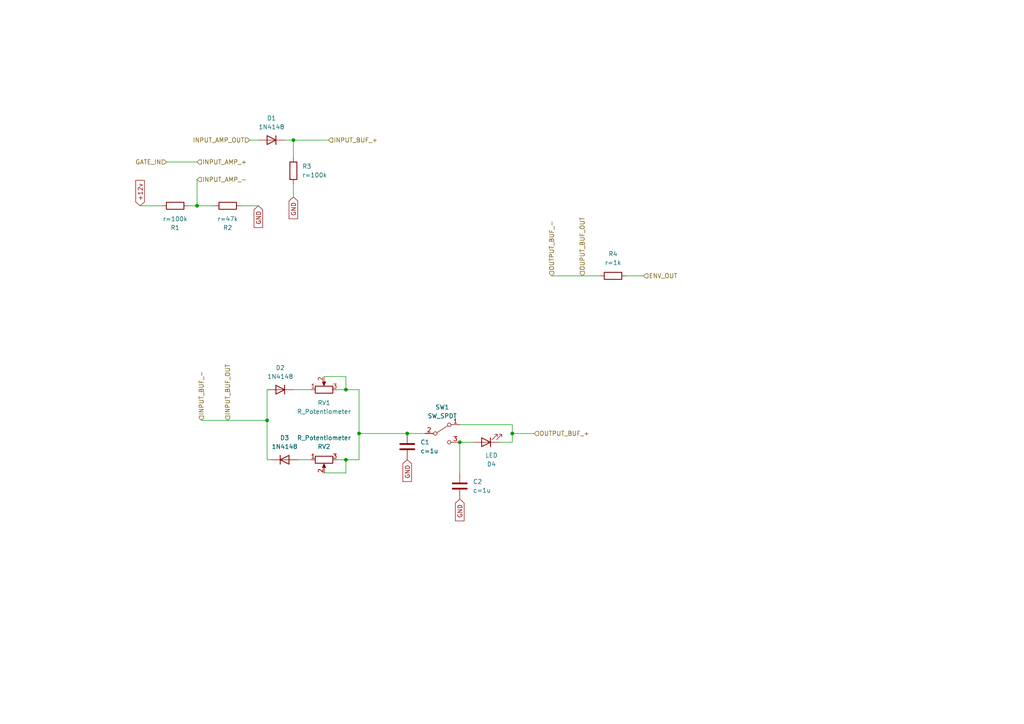
<source format=kicad_sch>
(kicad_sch (version 20230121) (generator eeschema)
  (paper "A4")
  (lib_symbols
    (symbol "Device:C" (pin_numbers hide) (pin_names (offset 0.254))
      (property "Reference" "C" (at 0.635 2.54 0))
      (property "Value" "C" (at 0.635 -2.54 0))
      (symbol "C_0_1"
        (polyline (pts (xy -2.032 -0.762) (xy 2.032 -0.762)) (stroke (width 0.508)))
        (polyline (pts (xy -2.032 0.762) (xy 2.032 0.762)) (stroke (width 0.508)))
      )
      (symbol "C_1_1"
        (pin passive line (at 0 3.81 270) (length 2.794) (name "~") (number "1"))
        (pin passive line (at 0 -3.81 90) (length 2.794) (name "~") (number "2"))
      )
    )
    (symbol "Device:LED" (pin_numbers hide) (pin_names (offset 1.016) hide)
      (property "Reference" "D" (at 0 2.54 0))
      (property "Value" "LED" (at 0 -2.54 0))
      (symbol "LED_0_1"
        (polyline (pts (xy -1.27 -1.27) (xy -1.27 1.27)) (stroke (width 0.254)))
        (polyline (pts (xy -1.27 0) (xy 1.27 0)))
        (polyline (pts (xy 1.27 -1.27) (xy 1.27 1.27) (xy -1.27 0) (xy 1.27 -1.27)) (stroke (width 0.254)))
        (polyline (pts (xy -3.048 -0.762) (xy -4.572 -2.286) (xy -3.81 -2.286) (xy -4.572 -2.286) (xy -4.572 -1.524)))
        (polyline (pts (xy -1.778 -0.762) (xy -3.302 -2.286) (xy -2.54 -2.286) (xy -3.302 -2.286) (xy -3.302 -1.524)))
      )
      (symbol "LED_1_1"
        (pin passive line (at -3.81 0 0) (length 2.54) (name "K") (number "1"))
        (pin passive line (at 3.81 0 180) (length 2.54) (name "A") (number "2"))
      )
    )
    (symbol "Device:R" (pin_numbers hide) (pin_names (offset 0))
      (property "Reference" "R" (at 2.032 0 90))
      (property "Value" "R" (at 0 0 90))
      (symbol "R_0_1"
        (rectangle (start -1.016 -2.54) (end 1.016 2.54) (stroke (width 0.254)))
      )
      (symbol "R_1_1"
        (pin passive line (at 0 3.81 270) (length 1.27) (name "~") (number "1"))
        (pin passive line (at 0 -3.81 90) (length 1.27) (name "~") (number "2"))
      )
    )
    (symbol "Device:R_Potentiometer" (pin_names (offset 1.016) hide)
      (property "Reference" "RV" (at -4.445 0 90))
      (property "Value" "R_Potentiometer" (at -2.54 0 90))
      (symbol "R_Potentiometer_0_1"
        (polyline (pts (xy 2.54 0) (xy 1.524 0)))
        (polyline (pts (xy 1.143 0) (xy 2.286 0.508) (xy 2.286 -0.508) (xy 1.143 0)) (fill (type outline)))
        (rectangle (start 1.016 2.54) (end -1.016 -2.54) (stroke (width 0.254)))
      )
      (symbol "R_Potentiometer_1_1"
        (pin passive line (at 0 3.81 270) (length 1.27) (name "1") (number "1"))
        (pin passive line (at 3.81 0 180) (length 1.27) (name "2") (number "2"))
        (pin passive line (at 0 -3.81 90) (length 1.27) (name "3") (number "3"))
      )
    )
    (symbol "Diode:1N4148" (pin_numbers hide) (pin_names hide)
      (property "Reference" "D" (at 0 2.54 0))
      (property "Value" "1N4148" (at 0 -2.54 0))
      (symbol "1N4148_0_1"
        (polyline (pts (xy -1.27 1.27) (xy -1.27 -1.27)) (stroke (width 0.254)))
        (polyline (pts (xy 1.27 0) (xy -1.27 0)))
        (polyline (pts (xy 1.27 1.27) (xy 1.27 -1.27) (xy -1.27 0) (xy 1.27 1.27)) (stroke (width 0.254)))
      )
      (symbol "1N4148_1_1"
        (pin passive line (at -3.81 0 0) (length 2.54) (name "K") (number "1"))
        (pin passive line (at 3.81 0 180) (length 2.54) (name "A") (number "2"))
      )
    )
    (symbol "Switch:SW_SPDT" (pin_names (offset 0) hide)
      (property "Reference" "SW" (at 0 4.318 0))
      (property "Value" "SW_SPDT" (at 0 -5.08 0))
      (symbol "SW_SPDT_0_0"
        (circle (center -2.032 0) (radius 0.508))
        (circle (center 2.032 -2.54) (radius 0.508))
      )
      (symbol "SW_SPDT_0_1"
        (polyline (pts (xy -1.524 0.254) (xy 1.651 2.286)))
        (circle (center 2.032 2.54) (radius 0.508))
      )
      (symbol "SW_SPDT_1_1"
        (pin passive line (at 5.08 2.54 180) (length 2.54) (name "A") (number "1"))
        (pin passive line (at -5.08 0 0) (length 2.54) (name "B") (number "2"))
        (pin passive line (at 5.08 -2.54 180) (length 2.54) (name "C") (number "3"))
      )
    )
  )
  (junction (at 57.15 59.69))
  (junction (at 133.35 128.27))
  (junction (at 104.14 125.73))
  (junction (at 148.59 125.73))
  (junction (at 100.33 113.03))
  (junction (at 100.33 133.35))
  (junction (at 77.47 121.92))
  (junction (at 118.11 125.73))
  (junction (at 85.09 40.64))
  (wire (pts (xy 77.47 121.92) (xy 77.47 133.35)))
  (wire (pts (xy 97.79 133.35) (xy 100.33 133.35)))
  (wire (pts (xy 77.47 113.03) (xy 77.47 121.92)))
  (wire (pts (xy 74.93 40.64) (xy 72.39 40.64)))
  (wire (pts (xy 104.14 125.73) (xy 104.14 113.03)))
  (wire (pts (xy 54.61 59.69) (xy 57.15 59.69)))
  (wire (pts (xy 118.11 125.73) (xy 123.19 125.73)))
  (wire (pts (xy 100.33 113.03) (xy 97.79 113.03)))
  (wire (pts (xy 148.59 125.73) (xy 154.94 125.73)))
  (wire (pts (xy 57.15 52.07) (xy 57.15 59.69)))
  (wire (pts (xy 100.33 137.16) (xy 100.33 133.35)))
  (wire (pts (xy 58.42 121.92) (xy 77.47 121.92)))
  (wire (pts (xy 181.61 80.01) (xy 186.69 80.01)))
  (wire (pts (xy 100.33 109.22) (xy 100.33 113.03)))
  (wire (pts (xy 86.36 133.35) (xy 90.17 133.35)))
  (wire (pts (xy 104.14 125.73) (xy 118.11 125.73)))
  (wire (pts (xy 93.98 109.22) (xy 100.33 109.22)))
  (wire (pts (xy 85.09 53.34) (xy 85.09 57.15)))
  (wire (pts (xy 100.33 133.35) (xy 104.14 133.35)))
  (wire (pts (xy 133.35 123.19) (xy 148.59 123.19)))
  (wire (pts (xy 93.98 137.16) (xy 100.33 137.16)))
  (wire (pts (xy 144.78 128.27) (xy 148.59 128.27)))
  (wire (pts (xy 148.59 128.27) (xy 148.59 125.73)))
  (wire (pts (xy 82.55 40.64) (xy 85.09 40.64)))
  (wire (pts (xy 62.23 59.69) (xy 57.15 59.69)))
  (wire (pts (xy 133.35 128.27) (xy 137.16 128.27)))
  (wire (pts (xy 133.35 137.16) (xy 133.35 128.27)))
  (wire (pts (xy 74.93 59.69) (xy 69.85 59.69)))
  (wire (pts (xy 160.02 80.01) (xy 173.99 80.01)))
  (wire (pts (xy 85.09 40.64) (xy 95.25 40.64)))
  (wire (pts (xy 85.09 40.64) (xy 85.09 45.72)))
  (wire (pts (xy 40.64 59.69) (xy 46.99 59.69)))
  (wire (pts (xy 104.14 113.03) (xy 100.33 113.03)))
  (wire (pts (xy 148.59 123.19) (xy 148.59 125.73)))
  (wire (pts (xy 77.47 133.35) (xy 78.74 133.35)))
  (wire (pts (xy 104.14 133.35) (xy 104.14 125.73)))
  (wire (pts (xy 48.26 46.99) (xy 57.15 46.99)))
  (wire (pts (xy 90.17 113.03) (xy 85.09 113.03)))
  (global_label "GND" (shape input) (at 118.11 133.35 270) (property "Intersheetrefs" "${INTERSHEET_REFS}" (effects hide)))
  (global_label "GND" (shape input) (at 133.35 144.78 270) (property "Intersheetrefs" "${INTERSHEET_REFS}" (effects hide)))
  (global_label "+12v" (shape input) (at 40.64 59.69 90) (property "Intersheetrefs" "${INTERSHEET_REFS}" (effects hide)))
  (global_label "GND" (shape input) (at 74.93 59.69 270) (property "Intersheetrefs" "${INTERSHEET_REFS}" (effects hide)))
  (global_label "GND" (shape input) (at 85.09 57.15 270) (property "Intersheetrefs" "${INTERSHEET_REFS}" (effects hide)))
  (hierarchical_label "INPUT_BUF_OUT" (shape input) (at 66.04 121.92 90))
  (hierarchical_label "INPUT_AMP_OUT" (shape input) (at 72.39 40.64 180))
  (hierarchical_label "OUPUT_BUF_OUT" (shape input) (at 168.91 80.01 90))
  (hierarchical_label "GATE_IN" (shape input) (at 48.26 46.99 180))
  (hierarchical_label "INPUT_BUF_-" (shape input) (at 58.42 121.92 90))
  (hierarchical_label "INPUT_BUF_+" (shape input) (at 95.25 40.64 0))
  (hierarchical_label "OUTPUT_BUF_+" (shape input) (at 154.94 125.73 0))
  (hierarchical_label "ENV_OUT" (shape input) (at 186.69 80.01 0))
  (hierarchical_label "OUTPUT_BUF_-" (shape input) (at 160.02 80.01 90))
  (hierarchical_label "INPUT_AMP_+" (shape input) (at 57.15 46.99 0))
  (hierarchical_label "INPUT_AMP_-" (shape input) (at 57.15 52.07 0))
  (symbol (lib_id "Diode:1N4148") (at 78.74 40.64 0) (mirror y) (unit 1)
    (property "Reference" "D1" (at 78.74 34.29 0))
    (property "Value" "1N4148" (at 78.74 36.83 0))
    (property "Footprint" "Diode_THT:D_DO-35_SOD27_P7.62mm_Horizontal" (effects hide))
    (property "Datasheet" "https://assets.nexperia.com/documents/data-sheet/1N4148_1N4448.pdf" (effects hide))
    (property "Sim.Device" "D" (effects hide))
    (property "Sim.Pins" "1=K 2=A" (effects hide))
  )
  (symbol (lib_id "Device:C") (at 118.11 129.54 0) (unit 1)
    (property "Reference" "C1" (at 121.92 128.27 0) (effects (justify left)))
    (property "Value" "${SIM.PARAMS}" (at 121.92 130.81 0) (effects (justify left)))
    (property "Footprint" "Capacitor_THT:C_Rect_L7.2mm_W5.5mm_P5.00mm_FKS2_FKP2_MKS2_MKP2" (effects hide))
    (property "Sim.Device" "C" (effects hide))
    (property "Sim.Type" "=" (effects hide))
    (property "Sim.Params" "c=1u" (effects hide))
    (property "Sim.Pins" "1=+ 2=-" (effects hide))
  )
  (symbol (lib_id "Device:R") (at 50.8 59.69 90) (mirror x) (unit 1)
    (property "Reference" "R1" (at 50.8 66.04 90))
    (property "Value" "${SIM.PARAMS}" (at 50.8 63.5 90))
    (property "Footprint" "Resistor_THT:R_Axial_DIN0207_L6.3mm_D2.5mm_P5.08mm_Vertical" (effects hide))
    (property "Sim.Device" "R" (effects hide))
    (property "Sim.Type" "=" (effects hide))
    (property "Sim.Params" "r=100k" (effects hide))
    (property "Sim.Pins" "1=+ 2=-" (effects hide))
  )
  (symbol (lib_id "Device:R") (at 177.8 80.01 90) (unit 1)
    (property "Reference" "R4" (at 177.8 73.66 90))
    (property "Value" "${SIM.PARAMS}" (at 177.8 76.2 90))
    (property "Footprint" "Resistor_THT:R_Axial_DIN0207_L6.3mm_D2.5mm_P5.08mm_Vertical" (effects hide))
    (property "Sim.Device" "R" (effects hide))
    (property "Sim.Type" "=" (effects hide))
    (property "Sim.Params" "r=1k" (effects hide))
    (property "Sim.Pins" "1=+ 2=-" (effects hide))
  )
  (symbol (lib_id "Diode:1N4148") (at 81.28 113.03 0) (mirror y) (unit 1)
    (property "Reference" "D2" (at 81.28 106.68 0))
    (property "Value" "1N4148" (at 81.28 109.22 0))
    (property "Footprint" "Diode_THT:D_DO-35_SOD27_P7.62mm_Horizontal" (effects hide))
    (property "Datasheet" "https://assets.nexperia.com/documents/data-sheet/1N4148_1N4448.pdf" (effects hide))
    (property "Sim.Device" "D" (effects hide))
    (property "Sim.Pins" "1=K 2=A" (effects hide))
  )
  (symbol (lib_id "Switch:SW_SPDT") (at 128.27 125.73 0) (unit 1)
    (property "Reference" "SW1" (at 128.27 118.11 0))
    (property "Value" "SW_SPDT" (at 128.27 120.65 0))
    (property "Footprint" "Button_Switch_THT:SW_PUSH_6mm" (effects hide))
    (property "Sim.Enable" "0" (effects hide))
  )
  (symbol (lib_id "Device:C") (at 133.35 140.97 0) (unit 1)
    (property "Reference" "C2" (at 137.16 139.7 0) (effects (justify left)))
    (property "Value" "${SIM.PARAMS}" (at 137.16 142.24 0) (effects (justify left)))
    (property "Footprint" "Capacitor_THT:C_Rect_L7.2mm_W5.5mm_P5.00mm_FKS2_FKP2_MKS2_MKP2" (effects hide))
    (property "Sim.Device" "C" (effects hide))
    (property "Sim.Type" "=" (effects hide))
    (property "Sim.Params" "c=1u" (effects hide))
    (property "Sim.Pins" "1=+ 2=-" (effects hide))
  )
  (symbol (lib_id "Device:R_Potentiometer") (at 93.98 113.03 90) (unit 1)
    (property "Reference" "RV1" (at 93.98 116.84 90))
    (property "Value" "R_Potentiometer" (at 93.98 119.38 90))
    (property "Footprint" "Potentiometer_THT:Potentiometer_Alpha_RD901F-40-00D_Single_Vertical" (effects hide))
    (property "Sim.Device" "R" (effects hide))
    (property "Sim.Type" "POT" (effects hide))
    (property "Sim.Pins" "1=r0 2=wiper 3=r1" (effects hide))
    (property "Sim.Params" "r=1M" (effects hide))
  )
  (symbol (lib_id "Device:LED") (at 140.97 128.27 180) (unit 1)
    (property "Reference" "D4" (at 142.5575 134.62 0))
    (property "Value" "LED" (at 142.5575 132.08 0))
    (property "Footprint" "LED_THT:LED_D5.0mm_FlatTop" (effects hide))
    (property "Sim.Device" "D" (effects hide))
    (property "Sim.Pins" "1=A 2=K" (effects hide))
  )
  (symbol (lib_id "Device:R") (at 66.04 59.69 90) (mirror x) (unit 1)
    (property "Reference" "R2" (at 66.04 66.04 90))
    (property "Value" "${SIM.PARAMS}" (at 66.04 63.5 90))
    (property "Footprint" "Resistor_THT:R_Axial_DIN0207_L6.3mm_D2.5mm_P5.08mm_Vertical" (effects hide))
    (property "Sim.Device" "R" (effects hide))
    (property "Sim.Type" "=" (effects hide))
    (property "Sim.Params" "r=47k" (effects hide))
    (property "Sim.Pins" "1=+ 2=-" (effects hide))
  )
  (symbol (lib_id "Device:R") (at 85.09 49.53 0) (unit 1)
    (property "Reference" "R3" (at 87.63 48.26 0) (effects (justify left)))
    (property "Value" "${SIM.PARAMS}" (at 87.63 50.8 0) (effects (justify left)))
    (property "Footprint" "Resistor_THT:R_Axial_DIN0207_L6.3mm_D2.5mm_P5.08mm_Vertical" (effects hide))
    (property "Sim.Device" "R" (effects hide))
    (property "Sim.Type" "=" (effects hide))
    (property "Sim.Params" "r=100k" (effects hide))
    (property "Sim.Pins" "1=+ 2=-" (effects hide))
  )
  (symbol (lib_id "Device:R_Potentiometer") (at 93.98 133.35 90) (mirror x) (unit 1)
    (property "Reference" "RV2" (at 93.98 129.54 90))
    (property "Value" "R_Potentiometer" (at 93.98 127 90))
    (property "Footprint" "Potentiometer_THT:Potentiometer_Alpha_RD901F-40-00D_Single_Vertical" (effects hide))
    (property "Sim.Device" "R" (effects hide))
    (property "Sim.Type" "POT" (effects hide))
    (property "Sim.Pins" "1=r0 2=wiper 3=r1" (effects hide))
    (property "Sim.Params" "r=1M" (effects hide))
  )
  (symbol (lib_id "Diode:1N4148") (at 82.55 133.35 0) (unit 1)
    (property "Reference" "D3" (at 82.55 127 0))
    (property "Value" "1N4148" (at 82.55 129.54 0))
    (property "Footprint" "Diode_THT:D_DO-35_SOD27_P7.62mm_Horizontal" (effects hide))
    (property "Datasheet" "https://assets.nexperia.com/documents/data-sheet/1N4148_1N4448.pdf" (effects hide))
    (property "Sim.Device" "D" (effects hide))
    (property "Sim.Pins" "1=K 2=A" (effects hide))
  )
)
</source>
